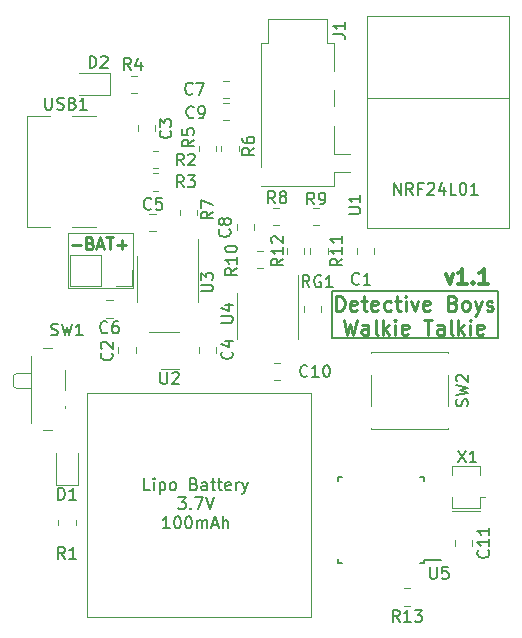
<source format=gbr>
%TF.GenerationSoftware,KiCad,Pcbnew,(6.0.0)*%
%TF.CreationDate,2022-06-28T21:38:27+02:00*%
%TF.ProjectId,DETECTIVE BOYS BADGE,44455445-4354-4495-9645-20424f595320,rev?*%
%TF.SameCoordinates,Original*%
%TF.FileFunction,Legend,Top*%
%TF.FilePolarity,Positive*%
%FSLAX46Y46*%
G04 Gerber Fmt 4.6, Leading zero omitted, Abs format (unit mm)*
G04 Created by KiCad (PCBNEW (6.0.0)) date 2022-06-28 21:38:27*
%MOMM*%
%LPD*%
G01*
G04 APERTURE LIST*
%ADD10C,0.100000*%
%ADD11C,0.150000*%
%ADD12C,0.300000*%
%ADD13C,0.250000*%
%ADD14C,0.120000*%
G04 APERTURE END LIST*
D10*
X155600000Y-153900000D02*
X136600000Y-153900000D01*
X136600000Y-153900000D02*
X136600000Y-134900000D01*
X136600000Y-134900000D02*
X155600000Y-134900000D01*
X155600000Y-134900000D02*
X155600000Y-153900000D01*
D11*
X171400000Y-130300000D02*
X157300000Y-130300000D01*
X157300000Y-130300000D02*
X157300000Y-126300000D01*
X157300000Y-126300000D02*
X171400000Y-126300000D01*
X171400000Y-126300000D02*
X171400000Y-130300000D01*
D10*
X135000000Y-121400000D02*
X140500000Y-121400000D01*
X140500000Y-121400000D02*
X140500000Y-126000000D01*
X140500000Y-126000000D02*
X135000000Y-126000000D01*
X135000000Y-126000000D02*
X135000000Y-121400000D01*
D11*
X141942857Y-143142380D02*
X141466666Y-143142380D01*
X141466666Y-142142380D01*
X142276190Y-143142380D02*
X142276190Y-142475714D01*
X142276190Y-142142380D02*
X142228571Y-142190000D01*
X142276190Y-142237619D01*
X142323809Y-142190000D01*
X142276190Y-142142380D01*
X142276190Y-142237619D01*
X142752380Y-142475714D02*
X142752380Y-143475714D01*
X142752380Y-142523333D02*
X142847619Y-142475714D01*
X143038095Y-142475714D01*
X143133333Y-142523333D01*
X143180952Y-142570952D01*
X143228571Y-142666190D01*
X143228571Y-142951904D01*
X143180952Y-143047142D01*
X143133333Y-143094761D01*
X143038095Y-143142380D01*
X142847619Y-143142380D01*
X142752380Y-143094761D01*
X143800000Y-143142380D02*
X143704761Y-143094761D01*
X143657142Y-143047142D01*
X143609523Y-142951904D01*
X143609523Y-142666190D01*
X143657142Y-142570952D01*
X143704761Y-142523333D01*
X143800000Y-142475714D01*
X143942857Y-142475714D01*
X144038095Y-142523333D01*
X144085714Y-142570952D01*
X144133333Y-142666190D01*
X144133333Y-142951904D01*
X144085714Y-143047142D01*
X144038095Y-143094761D01*
X143942857Y-143142380D01*
X143800000Y-143142380D01*
X145657142Y-142618571D02*
X145800000Y-142666190D01*
X145847619Y-142713809D01*
X145895238Y-142809047D01*
X145895238Y-142951904D01*
X145847619Y-143047142D01*
X145800000Y-143094761D01*
X145704761Y-143142380D01*
X145323809Y-143142380D01*
X145323809Y-142142380D01*
X145657142Y-142142380D01*
X145752380Y-142190000D01*
X145800000Y-142237619D01*
X145847619Y-142332857D01*
X145847619Y-142428095D01*
X145800000Y-142523333D01*
X145752380Y-142570952D01*
X145657142Y-142618571D01*
X145323809Y-142618571D01*
X146752380Y-143142380D02*
X146752380Y-142618571D01*
X146704761Y-142523333D01*
X146609523Y-142475714D01*
X146419047Y-142475714D01*
X146323809Y-142523333D01*
X146752380Y-143094761D02*
X146657142Y-143142380D01*
X146419047Y-143142380D01*
X146323809Y-143094761D01*
X146276190Y-142999523D01*
X146276190Y-142904285D01*
X146323809Y-142809047D01*
X146419047Y-142761428D01*
X146657142Y-142761428D01*
X146752380Y-142713809D01*
X147085714Y-142475714D02*
X147466666Y-142475714D01*
X147228571Y-142142380D02*
X147228571Y-142999523D01*
X147276190Y-143094761D01*
X147371428Y-143142380D01*
X147466666Y-143142380D01*
X147657142Y-142475714D02*
X148038095Y-142475714D01*
X147800000Y-142142380D02*
X147800000Y-142999523D01*
X147847619Y-143094761D01*
X147942857Y-143142380D01*
X148038095Y-143142380D01*
X148752380Y-143094761D02*
X148657142Y-143142380D01*
X148466666Y-143142380D01*
X148371428Y-143094761D01*
X148323809Y-142999523D01*
X148323809Y-142618571D01*
X148371428Y-142523333D01*
X148466666Y-142475714D01*
X148657142Y-142475714D01*
X148752380Y-142523333D01*
X148800000Y-142618571D01*
X148800000Y-142713809D01*
X148323809Y-142809047D01*
X149228571Y-143142380D02*
X149228571Y-142475714D01*
X149228571Y-142666190D02*
X149276190Y-142570952D01*
X149323809Y-142523333D01*
X149419047Y-142475714D01*
X149514285Y-142475714D01*
X149752380Y-142475714D02*
X149990476Y-143142380D01*
X150228571Y-142475714D02*
X149990476Y-143142380D01*
X149895238Y-143380476D01*
X149847619Y-143428095D01*
X149752380Y-143475714D01*
X144323809Y-143752380D02*
X144942857Y-143752380D01*
X144609523Y-144133333D01*
X144752380Y-144133333D01*
X144847619Y-144180952D01*
X144895238Y-144228571D01*
X144942857Y-144323809D01*
X144942857Y-144561904D01*
X144895238Y-144657142D01*
X144847619Y-144704761D01*
X144752380Y-144752380D01*
X144466666Y-144752380D01*
X144371428Y-144704761D01*
X144323809Y-144657142D01*
X145371428Y-144657142D02*
X145419047Y-144704761D01*
X145371428Y-144752380D01*
X145323809Y-144704761D01*
X145371428Y-144657142D01*
X145371428Y-144752380D01*
X145752380Y-143752380D02*
X146419047Y-143752380D01*
X145990476Y-144752380D01*
X146657142Y-143752380D02*
X146990476Y-144752380D01*
X147323809Y-143752380D01*
X143585714Y-146362380D02*
X143014285Y-146362380D01*
X143300000Y-146362380D02*
X143300000Y-145362380D01*
X143204761Y-145505238D01*
X143109523Y-145600476D01*
X143014285Y-145648095D01*
X144204761Y-145362380D02*
X144300000Y-145362380D01*
X144395238Y-145410000D01*
X144442857Y-145457619D01*
X144490476Y-145552857D01*
X144538095Y-145743333D01*
X144538095Y-145981428D01*
X144490476Y-146171904D01*
X144442857Y-146267142D01*
X144395238Y-146314761D01*
X144300000Y-146362380D01*
X144204761Y-146362380D01*
X144109523Y-146314761D01*
X144061904Y-146267142D01*
X144014285Y-146171904D01*
X143966666Y-145981428D01*
X143966666Y-145743333D01*
X144014285Y-145552857D01*
X144061904Y-145457619D01*
X144109523Y-145410000D01*
X144204761Y-145362380D01*
X145157142Y-145362380D02*
X145252380Y-145362380D01*
X145347619Y-145410000D01*
X145395238Y-145457619D01*
X145442857Y-145552857D01*
X145490476Y-145743333D01*
X145490476Y-145981428D01*
X145442857Y-146171904D01*
X145395238Y-146267142D01*
X145347619Y-146314761D01*
X145252380Y-146362380D01*
X145157142Y-146362380D01*
X145061904Y-146314761D01*
X145014285Y-146267142D01*
X144966666Y-146171904D01*
X144919047Y-145981428D01*
X144919047Y-145743333D01*
X144966666Y-145552857D01*
X145014285Y-145457619D01*
X145061904Y-145410000D01*
X145157142Y-145362380D01*
X145919047Y-146362380D02*
X145919047Y-145695714D01*
X145919047Y-145790952D02*
X145966666Y-145743333D01*
X146061904Y-145695714D01*
X146204761Y-145695714D01*
X146300000Y-145743333D01*
X146347619Y-145838571D01*
X146347619Y-146362380D01*
X146347619Y-145838571D02*
X146395238Y-145743333D01*
X146490476Y-145695714D01*
X146633333Y-145695714D01*
X146728571Y-145743333D01*
X146776190Y-145838571D01*
X146776190Y-146362380D01*
X147204761Y-146076666D02*
X147680952Y-146076666D01*
X147109523Y-146362380D02*
X147442857Y-145362380D01*
X147776190Y-146362380D01*
X148109523Y-146362380D02*
X148109523Y-145362380D01*
X148538095Y-146362380D02*
X148538095Y-145838571D01*
X148490476Y-145743333D01*
X148395238Y-145695714D01*
X148252380Y-145695714D01*
X148157142Y-145743333D01*
X148109523Y-145790952D01*
D12*
X167014285Y-124832142D02*
X167311904Y-125665476D01*
X167609523Y-124832142D01*
X168740476Y-125665476D02*
X168026190Y-125665476D01*
X168383333Y-125665476D02*
X168383333Y-124415476D01*
X168264285Y-124594047D01*
X168145238Y-124713095D01*
X168026190Y-124772619D01*
X169276190Y-125546428D02*
X169335714Y-125605952D01*
X169276190Y-125665476D01*
X169216666Y-125605952D01*
X169276190Y-125546428D01*
X169276190Y-125665476D01*
X170526190Y-125665476D02*
X169811904Y-125665476D01*
X170169047Y-125665476D02*
X170169047Y-124415476D01*
X170050000Y-124594047D01*
X169930952Y-124713095D01*
X169811904Y-124772619D01*
D13*
X135290476Y-122371428D02*
X136052380Y-122371428D01*
X136861904Y-122228571D02*
X137004761Y-122276190D01*
X137052380Y-122323809D01*
X137100000Y-122419047D01*
X137100000Y-122561904D01*
X137052380Y-122657142D01*
X137004761Y-122704761D01*
X136909523Y-122752380D01*
X136528571Y-122752380D01*
X136528571Y-121752380D01*
X136861904Y-121752380D01*
X136957142Y-121800000D01*
X137004761Y-121847619D01*
X137052380Y-121942857D01*
X137052380Y-122038095D01*
X137004761Y-122133333D01*
X136957142Y-122180952D01*
X136861904Y-122228571D01*
X136528571Y-122228571D01*
X137480952Y-122466666D02*
X137957142Y-122466666D01*
X137385714Y-122752380D02*
X137719047Y-121752380D01*
X138052380Y-122752380D01*
X138242857Y-121752380D02*
X138814285Y-121752380D01*
X138528571Y-122752380D02*
X138528571Y-121752380D01*
X139147619Y-122371428D02*
X139909523Y-122371428D01*
X139528571Y-122752380D02*
X139528571Y-121990476D01*
X157692857Y-127959226D02*
X157692857Y-126709226D01*
X157990476Y-126709226D01*
X158169047Y-126768750D01*
X158288095Y-126887797D01*
X158347619Y-127006845D01*
X158407142Y-127244940D01*
X158407142Y-127423511D01*
X158347619Y-127661607D01*
X158288095Y-127780654D01*
X158169047Y-127899702D01*
X157990476Y-127959226D01*
X157692857Y-127959226D01*
X159419047Y-127899702D02*
X159300000Y-127959226D01*
X159061904Y-127959226D01*
X158942857Y-127899702D01*
X158883333Y-127780654D01*
X158883333Y-127304464D01*
X158942857Y-127185416D01*
X159061904Y-127125892D01*
X159300000Y-127125892D01*
X159419047Y-127185416D01*
X159478571Y-127304464D01*
X159478571Y-127423511D01*
X158883333Y-127542559D01*
X159835714Y-127125892D02*
X160311904Y-127125892D01*
X160014285Y-126709226D02*
X160014285Y-127780654D01*
X160073809Y-127899702D01*
X160192857Y-127959226D01*
X160311904Y-127959226D01*
X161204761Y-127899702D02*
X161085714Y-127959226D01*
X160847619Y-127959226D01*
X160728571Y-127899702D01*
X160669047Y-127780654D01*
X160669047Y-127304464D01*
X160728571Y-127185416D01*
X160847619Y-127125892D01*
X161085714Y-127125892D01*
X161204761Y-127185416D01*
X161264285Y-127304464D01*
X161264285Y-127423511D01*
X160669047Y-127542559D01*
X162335714Y-127899702D02*
X162216666Y-127959226D01*
X161978571Y-127959226D01*
X161859523Y-127899702D01*
X161800000Y-127840178D01*
X161740476Y-127721130D01*
X161740476Y-127363988D01*
X161800000Y-127244940D01*
X161859523Y-127185416D01*
X161978571Y-127125892D01*
X162216666Y-127125892D01*
X162335714Y-127185416D01*
X162692857Y-127125892D02*
X163169047Y-127125892D01*
X162871428Y-126709226D02*
X162871428Y-127780654D01*
X162930952Y-127899702D01*
X163050000Y-127959226D01*
X163169047Y-127959226D01*
X163585714Y-127959226D02*
X163585714Y-127125892D01*
X163585714Y-126709226D02*
X163526190Y-126768750D01*
X163585714Y-126828273D01*
X163645238Y-126768750D01*
X163585714Y-126709226D01*
X163585714Y-126828273D01*
X164061904Y-127125892D02*
X164359523Y-127959226D01*
X164657142Y-127125892D01*
X165609523Y-127899702D02*
X165490476Y-127959226D01*
X165252380Y-127959226D01*
X165133333Y-127899702D01*
X165073809Y-127780654D01*
X165073809Y-127304464D01*
X165133333Y-127185416D01*
X165252380Y-127125892D01*
X165490476Y-127125892D01*
X165609523Y-127185416D01*
X165669047Y-127304464D01*
X165669047Y-127423511D01*
X165073809Y-127542559D01*
X167573809Y-127304464D02*
X167752380Y-127363988D01*
X167811904Y-127423511D01*
X167871428Y-127542559D01*
X167871428Y-127721130D01*
X167811904Y-127840178D01*
X167752380Y-127899702D01*
X167633333Y-127959226D01*
X167157142Y-127959226D01*
X167157142Y-126709226D01*
X167573809Y-126709226D01*
X167692857Y-126768750D01*
X167752380Y-126828273D01*
X167811904Y-126947321D01*
X167811904Y-127066369D01*
X167752380Y-127185416D01*
X167692857Y-127244940D01*
X167573809Y-127304464D01*
X167157142Y-127304464D01*
X168585714Y-127959226D02*
X168466666Y-127899702D01*
X168407142Y-127840178D01*
X168347619Y-127721130D01*
X168347619Y-127363988D01*
X168407142Y-127244940D01*
X168466666Y-127185416D01*
X168585714Y-127125892D01*
X168764285Y-127125892D01*
X168883333Y-127185416D01*
X168942857Y-127244940D01*
X169002380Y-127363988D01*
X169002380Y-127721130D01*
X168942857Y-127840178D01*
X168883333Y-127899702D01*
X168764285Y-127959226D01*
X168585714Y-127959226D01*
X169419047Y-127125892D02*
X169716666Y-127959226D01*
X170014285Y-127125892D02*
X169716666Y-127959226D01*
X169597619Y-128256845D01*
X169538095Y-128316369D01*
X169419047Y-128375892D01*
X170430952Y-127899702D02*
X170550000Y-127959226D01*
X170788095Y-127959226D01*
X170907142Y-127899702D01*
X170966666Y-127780654D01*
X170966666Y-127721130D01*
X170907142Y-127602083D01*
X170788095Y-127542559D01*
X170609523Y-127542559D01*
X170490476Y-127483035D01*
X170430952Y-127363988D01*
X170430952Y-127304464D01*
X170490476Y-127185416D01*
X170609523Y-127125892D01*
X170788095Y-127125892D01*
X170907142Y-127185416D01*
X158347619Y-128721726D02*
X158645238Y-129971726D01*
X158883333Y-129078869D01*
X159121428Y-129971726D01*
X159419047Y-128721726D01*
X160430952Y-129971726D02*
X160430952Y-129316964D01*
X160371428Y-129197916D01*
X160252380Y-129138392D01*
X160014285Y-129138392D01*
X159895238Y-129197916D01*
X160430952Y-129912202D02*
X160311904Y-129971726D01*
X160014285Y-129971726D01*
X159895238Y-129912202D01*
X159835714Y-129793154D01*
X159835714Y-129674107D01*
X159895238Y-129555059D01*
X160014285Y-129495535D01*
X160311904Y-129495535D01*
X160430952Y-129436011D01*
X161204761Y-129971726D02*
X161085714Y-129912202D01*
X161026190Y-129793154D01*
X161026190Y-128721726D01*
X161680952Y-129971726D02*
X161680952Y-128721726D01*
X161800000Y-129495535D02*
X162157142Y-129971726D01*
X162157142Y-129138392D02*
X161680952Y-129614583D01*
X162692857Y-129971726D02*
X162692857Y-129138392D01*
X162692857Y-128721726D02*
X162633333Y-128781250D01*
X162692857Y-128840773D01*
X162752380Y-128781250D01*
X162692857Y-128721726D01*
X162692857Y-128840773D01*
X163764285Y-129912202D02*
X163645238Y-129971726D01*
X163407142Y-129971726D01*
X163288095Y-129912202D01*
X163228571Y-129793154D01*
X163228571Y-129316964D01*
X163288095Y-129197916D01*
X163407142Y-129138392D01*
X163645238Y-129138392D01*
X163764285Y-129197916D01*
X163823809Y-129316964D01*
X163823809Y-129436011D01*
X163228571Y-129555059D01*
X165133333Y-128721726D02*
X165847619Y-128721726D01*
X165490476Y-129971726D02*
X165490476Y-128721726D01*
X166800000Y-129971726D02*
X166800000Y-129316964D01*
X166740476Y-129197916D01*
X166621428Y-129138392D01*
X166383333Y-129138392D01*
X166264285Y-129197916D01*
X166800000Y-129912202D02*
X166680952Y-129971726D01*
X166383333Y-129971726D01*
X166264285Y-129912202D01*
X166204761Y-129793154D01*
X166204761Y-129674107D01*
X166264285Y-129555059D01*
X166383333Y-129495535D01*
X166680952Y-129495535D01*
X166800000Y-129436011D01*
X167573809Y-129971726D02*
X167454761Y-129912202D01*
X167395238Y-129793154D01*
X167395238Y-128721726D01*
X168050000Y-129971726D02*
X168050000Y-128721726D01*
X168169047Y-129495535D02*
X168526190Y-129971726D01*
X168526190Y-129138392D02*
X168050000Y-129614583D01*
X169061904Y-129971726D02*
X169061904Y-129138392D01*
X169061904Y-128721726D02*
X169002380Y-128781250D01*
X169061904Y-128840773D01*
X169121428Y-128781250D01*
X169061904Y-128721726D01*
X169061904Y-128840773D01*
X170133333Y-129912202D02*
X170014285Y-129971726D01*
X169776190Y-129971726D01*
X169657142Y-129912202D01*
X169597619Y-129793154D01*
X169597619Y-129316964D01*
X169657142Y-129197916D01*
X169776190Y-129138392D01*
X170014285Y-129138392D01*
X170133333Y-129197916D01*
X170192857Y-129316964D01*
X170192857Y-129436011D01*
X169597619Y-129555059D01*
D11*
%TO.C,C6*%
X138333333Y-129757142D02*
X138285714Y-129804761D01*
X138142857Y-129852380D01*
X138047619Y-129852380D01*
X137904761Y-129804761D01*
X137809523Y-129709523D01*
X137761904Y-129614285D01*
X137714285Y-129423809D01*
X137714285Y-129280952D01*
X137761904Y-129090476D01*
X137809523Y-128995238D01*
X137904761Y-128900000D01*
X138047619Y-128852380D01*
X138142857Y-128852380D01*
X138285714Y-128900000D01*
X138333333Y-128947619D01*
X139190476Y-128852380D02*
X139000000Y-128852380D01*
X138904761Y-128900000D01*
X138857142Y-128947619D01*
X138761904Y-129090476D01*
X138714285Y-129280952D01*
X138714285Y-129661904D01*
X138761904Y-129757142D01*
X138809523Y-129804761D01*
X138904761Y-129852380D01*
X139095238Y-129852380D01*
X139190476Y-129804761D01*
X139238095Y-129757142D01*
X139285714Y-129661904D01*
X139285714Y-129423809D01*
X139238095Y-129328571D01*
X139190476Y-129280952D01*
X139095238Y-129233333D01*
X138904761Y-129233333D01*
X138809523Y-129280952D01*
X138761904Y-129328571D01*
X138714285Y-129423809D01*
%TO.C,R9*%
X155833333Y-118952380D02*
X155500000Y-118476190D01*
X155261904Y-118952380D02*
X155261904Y-117952380D01*
X155642857Y-117952380D01*
X155738095Y-118000000D01*
X155785714Y-118047619D01*
X155833333Y-118142857D01*
X155833333Y-118285714D01*
X155785714Y-118380952D01*
X155738095Y-118428571D01*
X155642857Y-118476190D01*
X155261904Y-118476190D01*
X156309523Y-118952380D02*
X156500000Y-118952380D01*
X156595238Y-118904761D01*
X156642857Y-118857142D01*
X156738095Y-118714285D01*
X156785714Y-118523809D01*
X156785714Y-118142857D01*
X156738095Y-118047619D01*
X156690476Y-118000000D01*
X156595238Y-117952380D01*
X156404761Y-117952380D01*
X156309523Y-118000000D01*
X156261904Y-118047619D01*
X156214285Y-118142857D01*
X156214285Y-118380952D01*
X156261904Y-118476190D01*
X156309523Y-118523809D01*
X156404761Y-118571428D01*
X156595238Y-118571428D01*
X156690476Y-118523809D01*
X156738095Y-118476190D01*
X156785714Y-118380952D01*
%TO.C,J1*%
X157452380Y-104533333D02*
X158166666Y-104533333D01*
X158309523Y-104580952D01*
X158404761Y-104676190D01*
X158452380Y-104819047D01*
X158452380Y-104914285D01*
X158452380Y-103533333D02*
X158452380Y-104104761D01*
X158452380Y-103819047D02*
X157452380Y-103819047D01*
X157595238Y-103914285D01*
X157690476Y-104009523D01*
X157738095Y-104104761D01*
%TO.C,SW2*%
X168804761Y-136033333D02*
X168852380Y-135890476D01*
X168852380Y-135652380D01*
X168804761Y-135557142D01*
X168757142Y-135509523D01*
X168661904Y-135461904D01*
X168566666Y-135461904D01*
X168471428Y-135509523D01*
X168423809Y-135557142D01*
X168376190Y-135652380D01*
X168328571Y-135842857D01*
X168280952Y-135938095D01*
X168233333Y-135985714D01*
X168138095Y-136033333D01*
X168042857Y-136033333D01*
X167947619Y-135985714D01*
X167900000Y-135938095D01*
X167852380Y-135842857D01*
X167852380Y-135604761D01*
X167900000Y-135461904D01*
X167852380Y-135128571D02*
X168852380Y-134890476D01*
X168138095Y-134700000D01*
X168852380Y-134509523D01*
X167852380Y-134271428D01*
X167947619Y-133938095D02*
X167900000Y-133890476D01*
X167852380Y-133795238D01*
X167852380Y-133557142D01*
X167900000Y-133461904D01*
X167947619Y-133414285D01*
X168042857Y-133366666D01*
X168138095Y-133366666D01*
X168280952Y-133414285D01*
X168852380Y-133985714D01*
X168852380Y-133366666D01*
%TO.C,D1*%
X134161904Y-143952380D02*
X134161904Y-142952380D01*
X134400000Y-142952380D01*
X134542857Y-143000000D01*
X134638095Y-143095238D01*
X134685714Y-143190476D01*
X134733333Y-143380952D01*
X134733333Y-143523809D01*
X134685714Y-143714285D01*
X134638095Y-143809523D01*
X134542857Y-143904761D01*
X134400000Y-143952380D01*
X134161904Y-143952380D01*
X135685714Y-143952380D02*
X135114285Y-143952380D01*
X135400000Y-143952380D02*
X135400000Y-142952380D01*
X135304761Y-143095238D01*
X135209523Y-143190476D01*
X135114285Y-143238095D01*
%TO.C,C7*%
X145533333Y-109557142D02*
X145485714Y-109604761D01*
X145342857Y-109652380D01*
X145247619Y-109652380D01*
X145104761Y-109604761D01*
X145009523Y-109509523D01*
X144961904Y-109414285D01*
X144914285Y-109223809D01*
X144914285Y-109080952D01*
X144961904Y-108890476D01*
X145009523Y-108795238D01*
X145104761Y-108700000D01*
X145247619Y-108652380D01*
X145342857Y-108652380D01*
X145485714Y-108700000D01*
X145533333Y-108747619D01*
X145866666Y-108652380D02*
X146533333Y-108652380D01*
X146104761Y-109652380D01*
%TO.C,U1*%
X158747380Y-119741904D02*
X159556904Y-119741904D01*
X159652142Y-119694285D01*
X159699761Y-119646666D01*
X159747380Y-119551428D01*
X159747380Y-119360952D01*
X159699761Y-119265714D01*
X159652142Y-119218095D01*
X159556904Y-119170476D01*
X158747380Y-119170476D01*
X159747380Y-118170476D02*
X159747380Y-118741904D01*
X159747380Y-118456190D02*
X158747380Y-118456190D01*
X158890238Y-118551428D01*
X158985476Y-118646666D01*
X159033095Y-118741904D01*
X162571190Y-118132380D02*
X162571190Y-117132380D01*
X163142619Y-118132380D01*
X163142619Y-117132380D01*
X164190238Y-118132380D02*
X163856904Y-117656190D01*
X163618809Y-118132380D02*
X163618809Y-117132380D01*
X163999761Y-117132380D01*
X164095000Y-117180000D01*
X164142619Y-117227619D01*
X164190238Y-117322857D01*
X164190238Y-117465714D01*
X164142619Y-117560952D01*
X164095000Y-117608571D01*
X163999761Y-117656190D01*
X163618809Y-117656190D01*
X164952142Y-117608571D02*
X164618809Y-117608571D01*
X164618809Y-118132380D02*
X164618809Y-117132380D01*
X165095000Y-117132380D01*
X165428333Y-117227619D02*
X165475952Y-117180000D01*
X165571190Y-117132380D01*
X165809285Y-117132380D01*
X165904523Y-117180000D01*
X165952142Y-117227619D01*
X165999761Y-117322857D01*
X165999761Y-117418095D01*
X165952142Y-117560952D01*
X165380714Y-118132380D01*
X165999761Y-118132380D01*
X166856904Y-117465714D02*
X166856904Y-118132380D01*
X166618809Y-117084761D02*
X166380714Y-117799047D01*
X166999761Y-117799047D01*
X167856904Y-118132380D02*
X167380714Y-118132380D01*
X167380714Y-117132380D01*
X168380714Y-117132380D02*
X168475952Y-117132380D01*
X168571190Y-117180000D01*
X168618809Y-117227619D01*
X168666428Y-117322857D01*
X168714047Y-117513333D01*
X168714047Y-117751428D01*
X168666428Y-117941904D01*
X168618809Y-118037142D01*
X168571190Y-118084761D01*
X168475952Y-118132380D01*
X168380714Y-118132380D01*
X168285476Y-118084761D01*
X168237857Y-118037142D01*
X168190238Y-117941904D01*
X168142619Y-117751428D01*
X168142619Y-117513333D01*
X168190238Y-117322857D01*
X168237857Y-117227619D01*
X168285476Y-117180000D01*
X168380714Y-117132380D01*
X169666428Y-118132380D02*
X169095000Y-118132380D01*
X169380714Y-118132380D02*
X169380714Y-117132380D01*
X169285476Y-117275238D01*
X169190238Y-117370476D01*
X169095000Y-117418095D01*
%TO.C,C9*%
X145633333Y-111557142D02*
X145585714Y-111604761D01*
X145442857Y-111652380D01*
X145347619Y-111652380D01*
X145204761Y-111604761D01*
X145109523Y-111509523D01*
X145061904Y-111414285D01*
X145014285Y-111223809D01*
X145014285Y-111080952D01*
X145061904Y-110890476D01*
X145109523Y-110795238D01*
X145204761Y-110700000D01*
X145347619Y-110652380D01*
X145442857Y-110652380D01*
X145585714Y-110700000D01*
X145633333Y-110747619D01*
X146109523Y-111652380D02*
X146300000Y-111652380D01*
X146395238Y-111604761D01*
X146442857Y-111557142D01*
X146538095Y-111414285D01*
X146585714Y-111223809D01*
X146585714Y-110842857D01*
X146538095Y-110747619D01*
X146490476Y-110700000D01*
X146395238Y-110652380D01*
X146204761Y-110652380D01*
X146109523Y-110700000D01*
X146061904Y-110747619D01*
X146014285Y-110842857D01*
X146014285Y-111080952D01*
X146061904Y-111176190D01*
X146109523Y-111223809D01*
X146204761Y-111271428D01*
X146395238Y-111271428D01*
X146490476Y-111223809D01*
X146538095Y-111176190D01*
X146585714Y-111080952D01*
%TO.C,C5*%
X142033333Y-119307142D02*
X141985714Y-119354761D01*
X141842857Y-119402380D01*
X141747619Y-119402380D01*
X141604761Y-119354761D01*
X141509523Y-119259523D01*
X141461904Y-119164285D01*
X141414285Y-118973809D01*
X141414285Y-118830952D01*
X141461904Y-118640476D01*
X141509523Y-118545238D01*
X141604761Y-118450000D01*
X141747619Y-118402380D01*
X141842857Y-118402380D01*
X141985714Y-118450000D01*
X142033333Y-118497619D01*
X142938095Y-118402380D02*
X142461904Y-118402380D01*
X142414285Y-118878571D01*
X142461904Y-118830952D01*
X142557142Y-118783333D01*
X142795238Y-118783333D01*
X142890476Y-118830952D01*
X142938095Y-118878571D01*
X142985714Y-118973809D01*
X142985714Y-119211904D01*
X142938095Y-119307142D01*
X142890476Y-119354761D01*
X142795238Y-119402380D01*
X142557142Y-119402380D01*
X142461904Y-119354761D01*
X142414285Y-119307142D01*
%TO.C,R13*%
X163057142Y-154302380D02*
X162723809Y-153826190D01*
X162485714Y-154302380D02*
X162485714Y-153302380D01*
X162866666Y-153302380D01*
X162961904Y-153350000D01*
X163009523Y-153397619D01*
X163057142Y-153492857D01*
X163057142Y-153635714D01*
X163009523Y-153730952D01*
X162961904Y-153778571D01*
X162866666Y-153826190D01*
X162485714Y-153826190D01*
X164009523Y-154302380D02*
X163438095Y-154302380D01*
X163723809Y-154302380D02*
X163723809Y-153302380D01*
X163628571Y-153445238D01*
X163533333Y-153540476D01*
X163438095Y-153588095D01*
X164342857Y-153302380D02*
X164961904Y-153302380D01*
X164628571Y-153683333D01*
X164771428Y-153683333D01*
X164866666Y-153730952D01*
X164914285Y-153778571D01*
X164961904Y-153873809D01*
X164961904Y-154111904D01*
X164914285Y-154207142D01*
X164866666Y-154254761D01*
X164771428Y-154302380D01*
X164485714Y-154302380D01*
X164390476Y-154254761D01*
X164342857Y-154207142D01*
%TO.C,C11*%
X170557142Y-148242857D02*
X170604761Y-148290476D01*
X170652380Y-148433333D01*
X170652380Y-148528571D01*
X170604761Y-148671428D01*
X170509523Y-148766666D01*
X170414285Y-148814285D01*
X170223809Y-148861904D01*
X170080952Y-148861904D01*
X169890476Y-148814285D01*
X169795238Y-148766666D01*
X169700000Y-148671428D01*
X169652380Y-148528571D01*
X169652380Y-148433333D01*
X169700000Y-148290476D01*
X169747619Y-148242857D01*
X170652380Y-147290476D02*
X170652380Y-147861904D01*
X170652380Y-147576190D02*
X169652380Y-147576190D01*
X169795238Y-147671428D01*
X169890476Y-147766666D01*
X169938095Y-147861904D01*
X170652380Y-146338095D02*
X170652380Y-146909523D01*
X170652380Y-146623809D02*
X169652380Y-146623809D01*
X169795238Y-146719047D01*
X169890476Y-146814285D01*
X169938095Y-146909523D01*
%TO.C,U4*%
X147952380Y-128961904D02*
X148761904Y-128961904D01*
X148857142Y-128914285D01*
X148904761Y-128866666D01*
X148952380Y-128771428D01*
X148952380Y-128580952D01*
X148904761Y-128485714D01*
X148857142Y-128438095D01*
X148761904Y-128390476D01*
X147952380Y-128390476D01*
X148285714Y-127485714D02*
X148952380Y-127485714D01*
X147904761Y-127723809D02*
X148619047Y-127961904D01*
X148619047Y-127342857D01*
%TO.C,D2*%
X136811904Y-107402380D02*
X136811904Y-106402380D01*
X137050000Y-106402380D01*
X137192857Y-106450000D01*
X137288095Y-106545238D01*
X137335714Y-106640476D01*
X137383333Y-106830952D01*
X137383333Y-106973809D01*
X137335714Y-107164285D01*
X137288095Y-107259523D01*
X137192857Y-107354761D01*
X137050000Y-107402380D01*
X136811904Y-107402380D01*
X137764285Y-106497619D02*
X137811904Y-106450000D01*
X137907142Y-106402380D01*
X138145238Y-106402380D01*
X138240476Y-106450000D01*
X138288095Y-106497619D01*
X138335714Y-106592857D01*
X138335714Y-106688095D01*
X138288095Y-106830952D01*
X137716666Y-107402380D01*
X138335714Y-107402380D01*
%TO.C,SW1*%
X133566666Y-130004761D02*
X133709523Y-130052380D01*
X133947619Y-130052380D01*
X134042857Y-130004761D01*
X134090476Y-129957142D01*
X134138095Y-129861904D01*
X134138095Y-129766666D01*
X134090476Y-129671428D01*
X134042857Y-129623809D01*
X133947619Y-129576190D01*
X133757142Y-129528571D01*
X133661904Y-129480952D01*
X133614285Y-129433333D01*
X133566666Y-129338095D01*
X133566666Y-129242857D01*
X133614285Y-129147619D01*
X133661904Y-129100000D01*
X133757142Y-129052380D01*
X133995238Y-129052380D01*
X134138095Y-129100000D01*
X134471428Y-129052380D02*
X134709523Y-130052380D01*
X134900000Y-129338095D01*
X135090476Y-130052380D01*
X135328571Y-129052380D01*
X136233333Y-130052380D02*
X135661904Y-130052380D01*
X135947619Y-130052380D02*
X135947619Y-129052380D01*
X135852380Y-129195238D01*
X135757142Y-129290476D01*
X135661904Y-129338095D01*
%TO.C,R6*%
X150752380Y-114166666D02*
X150276190Y-114500000D01*
X150752380Y-114738095D02*
X149752380Y-114738095D01*
X149752380Y-114357142D01*
X149800000Y-114261904D01*
X149847619Y-114214285D01*
X149942857Y-114166666D01*
X150085714Y-114166666D01*
X150180952Y-114214285D01*
X150228571Y-114261904D01*
X150276190Y-114357142D01*
X150276190Y-114738095D01*
X149752380Y-113309523D02*
X149752380Y-113500000D01*
X149800000Y-113595238D01*
X149847619Y-113642857D01*
X149990476Y-113738095D01*
X150180952Y-113785714D01*
X150561904Y-113785714D01*
X150657142Y-113738095D01*
X150704761Y-113690476D01*
X150752380Y-113595238D01*
X150752380Y-113404761D01*
X150704761Y-113309523D01*
X150657142Y-113261904D01*
X150561904Y-113214285D01*
X150323809Y-113214285D01*
X150228571Y-113261904D01*
X150180952Y-113309523D01*
X150133333Y-113404761D01*
X150133333Y-113595238D01*
X150180952Y-113690476D01*
X150228571Y-113738095D01*
X150323809Y-113785714D01*
%TO.C,R8*%
X152533333Y-118852380D02*
X152200000Y-118376190D01*
X151961904Y-118852380D02*
X151961904Y-117852380D01*
X152342857Y-117852380D01*
X152438095Y-117900000D01*
X152485714Y-117947619D01*
X152533333Y-118042857D01*
X152533333Y-118185714D01*
X152485714Y-118280952D01*
X152438095Y-118328571D01*
X152342857Y-118376190D01*
X151961904Y-118376190D01*
X153104761Y-118280952D02*
X153009523Y-118233333D01*
X152961904Y-118185714D01*
X152914285Y-118090476D01*
X152914285Y-118042857D01*
X152961904Y-117947619D01*
X153009523Y-117900000D01*
X153104761Y-117852380D01*
X153295238Y-117852380D01*
X153390476Y-117900000D01*
X153438095Y-117947619D01*
X153485714Y-118042857D01*
X153485714Y-118090476D01*
X153438095Y-118185714D01*
X153390476Y-118233333D01*
X153295238Y-118280952D01*
X153104761Y-118280952D01*
X153009523Y-118328571D01*
X152961904Y-118376190D01*
X152914285Y-118471428D01*
X152914285Y-118661904D01*
X152961904Y-118757142D01*
X153009523Y-118804761D01*
X153104761Y-118852380D01*
X153295238Y-118852380D01*
X153390476Y-118804761D01*
X153438095Y-118757142D01*
X153485714Y-118661904D01*
X153485714Y-118471428D01*
X153438095Y-118376190D01*
X153390476Y-118328571D01*
X153295238Y-118280952D01*
%TO.C,R7*%
X147252380Y-119566666D02*
X146776190Y-119900000D01*
X147252380Y-120138095D02*
X146252380Y-120138095D01*
X146252380Y-119757142D01*
X146300000Y-119661904D01*
X146347619Y-119614285D01*
X146442857Y-119566666D01*
X146585714Y-119566666D01*
X146680952Y-119614285D01*
X146728571Y-119661904D01*
X146776190Y-119757142D01*
X146776190Y-120138095D01*
X146252380Y-119233333D02*
X146252380Y-118566666D01*
X147252380Y-118995238D01*
%TO.C,R5*%
X145652380Y-113466666D02*
X145176190Y-113800000D01*
X145652380Y-114038095D02*
X144652380Y-114038095D01*
X144652380Y-113657142D01*
X144700000Y-113561904D01*
X144747619Y-113514285D01*
X144842857Y-113466666D01*
X144985714Y-113466666D01*
X145080952Y-113514285D01*
X145128571Y-113561904D01*
X145176190Y-113657142D01*
X145176190Y-114038095D01*
X144652380Y-112561904D02*
X144652380Y-113038095D01*
X145128571Y-113085714D01*
X145080952Y-113038095D01*
X145033333Y-112942857D01*
X145033333Y-112704761D01*
X145080952Y-112609523D01*
X145128571Y-112561904D01*
X145223809Y-112514285D01*
X145461904Y-112514285D01*
X145557142Y-112561904D01*
X145604761Y-112609523D01*
X145652380Y-112704761D01*
X145652380Y-112942857D01*
X145604761Y-113038095D01*
X145557142Y-113085714D01*
%TO.C,RG1*%
X155433333Y-125952380D02*
X155100000Y-125476190D01*
X154861904Y-125952380D02*
X154861904Y-124952380D01*
X155242857Y-124952380D01*
X155338095Y-125000000D01*
X155385714Y-125047619D01*
X155433333Y-125142857D01*
X155433333Y-125285714D01*
X155385714Y-125380952D01*
X155338095Y-125428571D01*
X155242857Y-125476190D01*
X154861904Y-125476190D01*
X156385714Y-125000000D02*
X156290476Y-124952380D01*
X156147619Y-124952380D01*
X156004761Y-125000000D01*
X155909523Y-125095238D01*
X155861904Y-125190476D01*
X155814285Y-125380952D01*
X155814285Y-125523809D01*
X155861904Y-125714285D01*
X155909523Y-125809523D01*
X156004761Y-125904761D01*
X156147619Y-125952380D01*
X156242857Y-125952380D01*
X156385714Y-125904761D01*
X156433333Y-125857142D01*
X156433333Y-125523809D01*
X156242857Y-125523809D01*
X157385714Y-125952380D02*
X156814285Y-125952380D01*
X157100000Y-125952380D02*
X157100000Y-124952380D01*
X157004761Y-125095238D01*
X156909523Y-125190476D01*
X156814285Y-125238095D01*
%TO.C,C2*%
X138682142Y-131541666D02*
X138729761Y-131589285D01*
X138777380Y-131732142D01*
X138777380Y-131827380D01*
X138729761Y-131970238D01*
X138634523Y-132065476D01*
X138539285Y-132113095D01*
X138348809Y-132160714D01*
X138205952Y-132160714D01*
X138015476Y-132113095D01*
X137920238Y-132065476D01*
X137825000Y-131970238D01*
X137777380Y-131827380D01*
X137777380Y-131732142D01*
X137825000Y-131589285D01*
X137872619Y-131541666D01*
X137872619Y-131160714D02*
X137825000Y-131113095D01*
X137777380Y-131017857D01*
X137777380Y-130779761D01*
X137825000Y-130684523D01*
X137872619Y-130636904D01*
X137967857Y-130589285D01*
X138063095Y-130589285D01*
X138205952Y-130636904D01*
X138777380Y-131208333D01*
X138777380Y-130589285D01*
%TO.C,R11*%
X158202380Y-123542857D02*
X157726190Y-123876190D01*
X158202380Y-124114285D02*
X157202380Y-124114285D01*
X157202380Y-123733333D01*
X157250000Y-123638095D01*
X157297619Y-123590476D01*
X157392857Y-123542857D01*
X157535714Y-123542857D01*
X157630952Y-123590476D01*
X157678571Y-123638095D01*
X157726190Y-123733333D01*
X157726190Y-124114285D01*
X158202380Y-122590476D02*
X158202380Y-123161904D01*
X158202380Y-122876190D02*
X157202380Y-122876190D01*
X157345238Y-122971428D01*
X157440476Y-123066666D01*
X157488095Y-123161904D01*
X158202380Y-121638095D02*
X158202380Y-122209523D01*
X158202380Y-121923809D02*
X157202380Y-121923809D01*
X157345238Y-122019047D01*
X157440476Y-122114285D01*
X157488095Y-122209523D01*
%TO.C,U5*%
X165638095Y-149652380D02*
X165638095Y-150461904D01*
X165685714Y-150557142D01*
X165733333Y-150604761D01*
X165828571Y-150652380D01*
X166019047Y-150652380D01*
X166114285Y-150604761D01*
X166161904Y-150557142D01*
X166209523Y-150461904D01*
X166209523Y-149652380D01*
X167161904Y-149652380D02*
X166685714Y-149652380D01*
X166638095Y-150128571D01*
X166685714Y-150080952D01*
X166780952Y-150033333D01*
X167019047Y-150033333D01*
X167114285Y-150080952D01*
X167161904Y-150128571D01*
X167209523Y-150223809D01*
X167209523Y-150461904D01*
X167161904Y-150557142D01*
X167114285Y-150604761D01*
X167019047Y-150652380D01*
X166780952Y-150652380D01*
X166685714Y-150604761D01*
X166638095Y-150557142D01*
%TO.C,C1*%
X159633333Y-125657142D02*
X159585714Y-125704761D01*
X159442857Y-125752380D01*
X159347619Y-125752380D01*
X159204761Y-125704761D01*
X159109523Y-125609523D01*
X159061904Y-125514285D01*
X159014285Y-125323809D01*
X159014285Y-125180952D01*
X159061904Y-124990476D01*
X159109523Y-124895238D01*
X159204761Y-124800000D01*
X159347619Y-124752380D01*
X159442857Y-124752380D01*
X159585714Y-124800000D01*
X159633333Y-124847619D01*
X160585714Y-125752380D02*
X160014285Y-125752380D01*
X160300000Y-125752380D02*
X160300000Y-124752380D01*
X160204761Y-124895238D01*
X160109523Y-124990476D01*
X160014285Y-125038095D01*
%TO.C,C3*%
X143657142Y-112716666D02*
X143704761Y-112764285D01*
X143752380Y-112907142D01*
X143752380Y-113002380D01*
X143704761Y-113145238D01*
X143609523Y-113240476D01*
X143514285Y-113288095D01*
X143323809Y-113335714D01*
X143180952Y-113335714D01*
X142990476Y-113288095D01*
X142895238Y-113240476D01*
X142800000Y-113145238D01*
X142752380Y-113002380D01*
X142752380Y-112907142D01*
X142800000Y-112764285D01*
X142847619Y-112716666D01*
X142752380Y-112383333D02*
X142752380Y-111764285D01*
X143133333Y-112097619D01*
X143133333Y-111954761D01*
X143180952Y-111859523D01*
X143228571Y-111811904D01*
X143323809Y-111764285D01*
X143561904Y-111764285D01*
X143657142Y-111811904D01*
X143704761Y-111859523D01*
X143752380Y-111954761D01*
X143752380Y-112240476D01*
X143704761Y-112335714D01*
X143657142Y-112383333D01*
%TO.C,R10*%
X149302380Y-124342857D02*
X148826190Y-124676190D01*
X149302380Y-124914285D02*
X148302380Y-124914285D01*
X148302380Y-124533333D01*
X148350000Y-124438095D01*
X148397619Y-124390476D01*
X148492857Y-124342857D01*
X148635714Y-124342857D01*
X148730952Y-124390476D01*
X148778571Y-124438095D01*
X148826190Y-124533333D01*
X148826190Y-124914285D01*
X149302380Y-123390476D02*
X149302380Y-123961904D01*
X149302380Y-123676190D02*
X148302380Y-123676190D01*
X148445238Y-123771428D01*
X148540476Y-123866666D01*
X148588095Y-123961904D01*
X148302380Y-122771428D02*
X148302380Y-122676190D01*
X148350000Y-122580952D01*
X148397619Y-122533333D01*
X148492857Y-122485714D01*
X148683333Y-122438095D01*
X148921428Y-122438095D01*
X149111904Y-122485714D01*
X149207142Y-122533333D01*
X149254761Y-122580952D01*
X149302380Y-122676190D01*
X149302380Y-122771428D01*
X149254761Y-122866666D01*
X149207142Y-122914285D01*
X149111904Y-122961904D01*
X148921428Y-123009523D01*
X148683333Y-123009523D01*
X148492857Y-122961904D01*
X148397619Y-122914285D01*
X148350000Y-122866666D01*
X148302380Y-122771428D01*
%TO.C,USB1*%
X133061904Y-109927380D02*
X133061904Y-110736904D01*
X133109523Y-110832142D01*
X133157142Y-110879761D01*
X133252380Y-110927380D01*
X133442857Y-110927380D01*
X133538095Y-110879761D01*
X133585714Y-110832142D01*
X133633333Y-110736904D01*
X133633333Y-109927380D01*
X134061904Y-110879761D02*
X134204761Y-110927380D01*
X134442857Y-110927380D01*
X134538095Y-110879761D01*
X134585714Y-110832142D01*
X134633333Y-110736904D01*
X134633333Y-110641666D01*
X134585714Y-110546428D01*
X134538095Y-110498809D01*
X134442857Y-110451190D01*
X134252380Y-110403571D01*
X134157142Y-110355952D01*
X134109523Y-110308333D01*
X134061904Y-110213095D01*
X134061904Y-110117857D01*
X134109523Y-110022619D01*
X134157142Y-109975000D01*
X134252380Y-109927380D01*
X134490476Y-109927380D01*
X134633333Y-109975000D01*
X135395238Y-110403571D02*
X135538095Y-110451190D01*
X135585714Y-110498809D01*
X135633333Y-110594047D01*
X135633333Y-110736904D01*
X135585714Y-110832142D01*
X135538095Y-110879761D01*
X135442857Y-110927380D01*
X135061904Y-110927380D01*
X135061904Y-109927380D01*
X135395238Y-109927380D01*
X135490476Y-109975000D01*
X135538095Y-110022619D01*
X135585714Y-110117857D01*
X135585714Y-110213095D01*
X135538095Y-110308333D01*
X135490476Y-110355952D01*
X135395238Y-110403571D01*
X135061904Y-110403571D01*
X136585714Y-110927380D02*
X136014285Y-110927380D01*
X136300000Y-110927380D02*
X136300000Y-109927380D01*
X136204761Y-110070238D01*
X136109523Y-110165476D01*
X136014285Y-110213095D01*
%TO.C,R12*%
X153202380Y-123542857D02*
X152726190Y-123876190D01*
X153202380Y-124114285D02*
X152202380Y-124114285D01*
X152202380Y-123733333D01*
X152250000Y-123638095D01*
X152297619Y-123590476D01*
X152392857Y-123542857D01*
X152535714Y-123542857D01*
X152630952Y-123590476D01*
X152678571Y-123638095D01*
X152726190Y-123733333D01*
X152726190Y-124114285D01*
X153202380Y-122590476D02*
X153202380Y-123161904D01*
X153202380Y-122876190D02*
X152202380Y-122876190D01*
X152345238Y-122971428D01*
X152440476Y-123066666D01*
X152488095Y-123161904D01*
X152297619Y-122209523D02*
X152250000Y-122161904D01*
X152202380Y-122066666D01*
X152202380Y-121828571D01*
X152250000Y-121733333D01*
X152297619Y-121685714D01*
X152392857Y-121638095D01*
X152488095Y-121638095D01*
X152630952Y-121685714D01*
X153202380Y-122257142D01*
X153202380Y-121638095D01*
%TO.C,C8*%
X148657142Y-121066666D02*
X148704761Y-121114285D01*
X148752380Y-121257142D01*
X148752380Y-121352380D01*
X148704761Y-121495238D01*
X148609523Y-121590476D01*
X148514285Y-121638095D01*
X148323809Y-121685714D01*
X148180952Y-121685714D01*
X147990476Y-121638095D01*
X147895238Y-121590476D01*
X147800000Y-121495238D01*
X147752380Y-121352380D01*
X147752380Y-121257142D01*
X147800000Y-121114285D01*
X147847619Y-121066666D01*
X148180952Y-120495238D02*
X148133333Y-120590476D01*
X148085714Y-120638095D01*
X147990476Y-120685714D01*
X147942857Y-120685714D01*
X147847619Y-120638095D01*
X147800000Y-120590476D01*
X147752380Y-120495238D01*
X147752380Y-120304761D01*
X147800000Y-120209523D01*
X147847619Y-120161904D01*
X147942857Y-120114285D01*
X147990476Y-120114285D01*
X148085714Y-120161904D01*
X148133333Y-120209523D01*
X148180952Y-120304761D01*
X148180952Y-120495238D01*
X148228571Y-120590476D01*
X148276190Y-120638095D01*
X148371428Y-120685714D01*
X148561904Y-120685714D01*
X148657142Y-120638095D01*
X148704761Y-120590476D01*
X148752380Y-120495238D01*
X148752380Y-120304761D01*
X148704761Y-120209523D01*
X148657142Y-120161904D01*
X148561904Y-120114285D01*
X148371428Y-120114285D01*
X148276190Y-120161904D01*
X148228571Y-120209523D01*
X148180952Y-120304761D01*
%TO.C,R3*%
X144783333Y-117502380D02*
X144450000Y-117026190D01*
X144211904Y-117502380D02*
X144211904Y-116502380D01*
X144592857Y-116502380D01*
X144688095Y-116550000D01*
X144735714Y-116597619D01*
X144783333Y-116692857D01*
X144783333Y-116835714D01*
X144735714Y-116930952D01*
X144688095Y-116978571D01*
X144592857Y-117026190D01*
X144211904Y-117026190D01*
X145116666Y-116502380D02*
X145735714Y-116502380D01*
X145402380Y-116883333D01*
X145545238Y-116883333D01*
X145640476Y-116930952D01*
X145688095Y-116978571D01*
X145735714Y-117073809D01*
X145735714Y-117311904D01*
X145688095Y-117407142D01*
X145640476Y-117454761D01*
X145545238Y-117502380D01*
X145259523Y-117502380D01*
X145164285Y-117454761D01*
X145116666Y-117407142D01*
%TO.C,X1*%
X167990476Y-139802380D02*
X168657142Y-140802380D01*
X168657142Y-139802380D02*
X167990476Y-140802380D01*
X169561904Y-140802380D02*
X168990476Y-140802380D01*
X169276190Y-140802380D02*
X169276190Y-139802380D01*
X169180952Y-139945238D01*
X169085714Y-140040476D01*
X168990476Y-140088095D01*
%TO.C,U2*%
X142813095Y-133152380D02*
X142813095Y-133961904D01*
X142860714Y-134057142D01*
X142908333Y-134104761D01*
X143003571Y-134152380D01*
X143194047Y-134152380D01*
X143289285Y-134104761D01*
X143336904Y-134057142D01*
X143384523Y-133961904D01*
X143384523Y-133152380D01*
X143813095Y-133247619D02*
X143860714Y-133200000D01*
X143955952Y-133152380D01*
X144194047Y-133152380D01*
X144289285Y-133200000D01*
X144336904Y-133247619D01*
X144384523Y-133342857D01*
X144384523Y-133438095D01*
X144336904Y-133580952D01*
X143765476Y-134152380D01*
X144384523Y-134152380D01*
%TO.C,U3*%
X146252380Y-126311904D02*
X147061904Y-126311904D01*
X147157142Y-126264285D01*
X147204761Y-126216666D01*
X147252380Y-126121428D01*
X147252380Y-125930952D01*
X147204761Y-125835714D01*
X147157142Y-125788095D01*
X147061904Y-125740476D01*
X146252380Y-125740476D01*
X146252380Y-125359523D02*
X146252380Y-124740476D01*
X146633333Y-125073809D01*
X146633333Y-124930952D01*
X146680952Y-124835714D01*
X146728571Y-124788095D01*
X146823809Y-124740476D01*
X147061904Y-124740476D01*
X147157142Y-124788095D01*
X147204761Y-124835714D01*
X147252380Y-124930952D01*
X147252380Y-125216666D01*
X147204761Y-125311904D01*
X147157142Y-125359523D01*
%TO.C,R1*%
X134733333Y-148952380D02*
X134400000Y-148476190D01*
X134161904Y-148952380D02*
X134161904Y-147952380D01*
X134542857Y-147952380D01*
X134638095Y-148000000D01*
X134685714Y-148047619D01*
X134733333Y-148142857D01*
X134733333Y-148285714D01*
X134685714Y-148380952D01*
X134638095Y-148428571D01*
X134542857Y-148476190D01*
X134161904Y-148476190D01*
X135685714Y-148952380D02*
X135114285Y-148952380D01*
X135400000Y-148952380D02*
X135400000Y-147952380D01*
X135304761Y-148095238D01*
X135209523Y-148190476D01*
X135114285Y-148238095D01*
%TO.C,R4*%
X140308333Y-107577380D02*
X139975000Y-107101190D01*
X139736904Y-107577380D02*
X139736904Y-106577380D01*
X140117857Y-106577380D01*
X140213095Y-106625000D01*
X140260714Y-106672619D01*
X140308333Y-106767857D01*
X140308333Y-106910714D01*
X140260714Y-107005952D01*
X140213095Y-107053571D01*
X140117857Y-107101190D01*
X139736904Y-107101190D01*
X141165476Y-106910714D02*
X141165476Y-107577380D01*
X140927380Y-106529761D02*
X140689285Y-107244047D01*
X141308333Y-107244047D01*
%TO.C,C4*%
X148862142Y-131416666D02*
X148909761Y-131464285D01*
X148957380Y-131607142D01*
X148957380Y-131702380D01*
X148909761Y-131845238D01*
X148814523Y-131940476D01*
X148719285Y-131988095D01*
X148528809Y-132035714D01*
X148385952Y-132035714D01*
X148195476Y-131988095D01*
X148100238Y-131940476D01*
X148005000Y-131845238D01*
X147957380Y-131702380D01*
X147957380Y-131607142D01*
X148005000Y-131464285D01*
X148052619Y-131416666D01*
X148290714Y-130559523D02*
X148957380Y-130559523D01*
X147909761Y-130797619D02*
X148624047Y-131035714D01*
X148624047Y-130416666D01*
%TO.C,C10*%
X155257142Y-133457142D02*
X155209523Y-133504761D01*
X155066666Y-133552380D01*
X154971428Y-133552380D01*
X154828571Y-133504761D01*
X154733333Y-133409523D01*
X154685714Y-133314285D01*
X154638095Y-133123809D01*
X154638095Y-132980952D01*
X154685714Y-132790476D01*
X154733333Y-132695238D01*
X154828571Y-132600000D01*
X154971428Y-132552380D01*
X155066666Y-132552380D01*
X155209523Y-132600000D01*
X155257142Y-132647619D01*
X156209523Y-133552380D02*
X155638095Y-133552380D01*
X155923809Y-133552380D02*
X155923809Y-132552380D01*
X155828571Y-132695238D01*
X155733333Y-132790476D01*
X155638095Y-132838095D01*
X156828571Y-132552380D02*
X156923809Y-132552380D01*
X157019047Y-132600000D01*
X157066666Y-132647619D01*
X157114285Y-132742857D01*
X157161904Y-132933333D01*
X157161904Y-133171428D01*
X157114285Y-133361904D01*
X157066666Y-133457142D01*
X157019047Y-133504761D01*
X156923809Y-133552380D01*
X156828571Y-133552380D01*
X156733333Y-133504761D01*
X156685714Y-133457142D01*
X156638095Y-133361904D01*
X156590476Y-133171428D01*
X156590476Y-132933333D01*
X156638095Y-132742857D01*
X156685714Y-132647619D01*
X156733333Y-132600000D01*
X156828571Y-132552380D01*
%TO.C,R2*%
X144783333Y-115652380D02*
X144450000Y-115176190D01*
X144211904Y-115652380D02*
X144211904Y-114652380D01*
X144592857Y-114652380D01*
X144688095Y-114700000D01*
X144735714Y-114747619D01*
X144783333Y-114842857D01*
X144783333Y-114985714D01*
X144735714Y-115080952D01*
X144688095Y-115128571D01*
X144592857Y-115176190D01*
X144211904Y-115176190D01*
X145164285Y-114747619D02*
X145211904Y-114700000D01*
X145307142Y-114652380D01*
X145545238Y-114652380D01*
X145640476Y-114700000D01*
X145688095Y-114747619D01*
X145735714Y-114842857D01*
X145735714Y-114938095D01*
X145688095Y-115080952D01*
X145116666Y-115652380D01*
X145735714Y-115652380D01*
D14*
%TO.C,C6*%
X138761252Y-127065000D02*
X138238748Y-127065000D01*
X138761252Y-128535000D02*
X138238748Y-128535000D01*
%TO.C,R9*%
X156227064Y-119265000D02*
X155772936Y-119265000D01*
X156227064Y-120735000D02*
X155772936Y-120735000D01*
%TO.C,J1*%
X157500000Y-116230000D02*
X157500000Y-117355000D01*
X157500000Y-116230000D02*
X158900000Y-116230000D01*
X157500000Y-109280000D02*
X157500000Y-110630000D01*
X151300000Y-117355000D02*
X157500000Y-117355000D01*
X157500000Y-105255000D02*
X157500000Y-107630000D01*
X157500000Y-112280000D02*
X157500000Y-114680000D01*
X151300000Y-115780000D02*
X151300000Y-105255000D01*
X156900000Y-103255000D02*
X151900000Y-103255000D01*
X157500000Y-105255000D02*
X156900000Y-105255000D01*
X151900000Y-105255000D02*
X151300000Y-105255000D01*
X151900000Y-105255000D02*
X151900000Y-103255000D01*
X157500000Y-114680000D02*
X158900000Y-114680000D01*
X156900000Y-105255000D02*
X156900000Y-103255000D01*
%TO.C,SW2*%
X160670000Y-137930000D02*
X160670000Y-137900000D01*
X160670000Y-131470000D02*
X167130000Y-131470000D01*
X167130000Y-131470000D02*
X167130000Y-131500000D01*
X160670000Y-133400000D02*
X160670000Y-136000000D01*
X160670000Y-131500000D02*
X160670000Y-131470000D01*
X160670000Y-137930000D02*
X167130000Y-137930000D01*
X167130000Y-133400000D02*
X167130000Y-136000000D01*
X167130000Y-137930000D02*
X167130000Y-137900000D01*
%TO.C,D1*%
X133940000Y-142685000D02*
X135860000Y-142685000D01*
X133940000Y-140000000D02*
X133940000Y-142685000D01*
X135860000Y-142685000D02*
X135860000Y-140000000D01*
%TO.C,C7*%
X148138748Y-109935000D02*
X148661252Y-109935000D01*
X148138748Y-108465000D02*
X148661252Y-108465000D01*
%TO.C,U1*%
X160295000Y-109980000D02*
X172295000Y-109980000D01*
X160295000Y-120980000D02*
X172295000Y-120980000D01*
X172295000Y-120980000D02*
X172295000Y-102980000D01*
X172295000Y-102980000D02*
X160295000Y-102980000D01*
X160295000Y-102980000D02*
X160295000Y-120980000D01*
%TO.C,C9*%
X148138748Y-111835000D02*
X148661252Y-111835000D01*
X148138748Y-110365000D02*
X148661252Y-110365000D01*
%TO.C,C5*%
X141888748Y-121210000D02*
X142411252Y-121210000D01*
X141888748Y-119740000D02*
X142411252Y-119740000D01*
%TO.C,R13*%
X163927064Y-151465000D02*
X163472936Y-151465000D01*
X163927064Y-152935000D02*
X163472936Y-152935000D01*
%TO.C,C11*%
X167765000Y-147861252D02*
X167765000Y-147338748D01*
X169235000Y-147861252D02*
X169235000Y-147338748D01*
%TO.C,U4*%
X149340000Y-128400000D02*
X149340000Y-130350000D01*
X149340000Y-128400000D02*
X149340000Y-126450000D01*
X154460000Y-128400000D02*
X154460000Y-124950000D01*
X154460000Y-128400000D02*
X154460000Y-130350000D01*
%TO.C,D2*%
X138585000Y-109710000D02*
X138585000Y-107790000D01*
X138585000Y-107790000D02*
X135900000Y-107790000D01*
X135900000Y-109710000D02*
X138585000Y-109710000D01*
%TO.C,SW1*%
X131845000Y-133200000D02*
X130555000Y-133200000D01*
X130345000Y-133400000D02*
X130345000Y-134300000D01*
X130555000Y-134500000D02*
X130345000Y-134300000D01*
X130555000Y-134500000D02*
X131845000Y-134500000D01*
X134695000Y-136000000D02*
X134695000Y-136200000D01*
X131845000Y-131750000D02*
X131845000Y-137450000D01*
X132855000Y-138050000D02*
X133645000Y-138050000D01*
X130555000Y-133200000D02*
X130345000Y-133400000D01*
X133645000Y-131150000D02*
X132855000Y-131150000D01*
X134695000Y-133000000D02*
X134695000Y-134700000D01*
%TO.C,R6*%
X149435000Y-114427064D02*
X149435000Y-113972936D01*
X147965000Y-114427064D02*
X147965000Y-113972936D01*
%TO.C,R8*%
X152827064Y-120735000D02*
X152372936Y-120735000D01*
X152827064Y-119265000D02*
X152372936Y-119265000D01*
%TO.C,R7*%
X145910000Y-119852064D02*
X145910000Y-119397936D01*
X144440000Y-119852064D02*
X144440000Y-119397936D01*
%TO.C,R5*%
X147535000Y-113972936D02*
X147535000Y-114427064D01*
X146065000Y-113972936D02*
X146065000Y-114427064D01*
%TO.C,RG1*%
X154965000Y-127572936D02*
X154965000Y-128027064D01*
X156435000Y-127572936D02*
X156435000Y-128027064D01*
%TO.C,C2*%
X139265000Y-131038748D02*
X139265000Y-131561252D01*
X140735000Y-131038748D02*
X140735000Y-131561252D01*
%TO.C,R11*%
X156985000Y-123127064D02*
X156985000Y-122672936D01*
X155515000Y-123127064D02*
X155515000Y-122672936D01*
D11*
%TO.C,U5*%
X157875000Y-142075000D02*
X157875000Y-142400000D01*
X165125000Y-142075000D02*
X165125000Y-142400000D01*
X157875000Y-149325000D02*
X158200000Y-149325000D01*
X165125000Y-142075000D02*
X164800000Y-142075000D01*
X165125000Y-149325000D02*
X164800000Y-149325000D01*
X165125000Y-149100000D02*
X166550000Y-149100000D01*
X165125000Y-149325000D02*
X165125000Y-149100000D01*
X157875000Y-142075000D02*
X158200000Y-142075000D01*
X157875000Y-149325000D02*
X157875000Y-149000000D01*
D14*
%TO.C,C1*%
X160935000Y-122638748D02*
X160935000Y-123161252D01*
X159465000Y-122638748D02*
X159465000Y-123161252D01*
%TO.C,C3*%
X142385000Y-112761252D02*
X142385000Y-112238748D01*
X140915000Y-112761252D02*
X140915000Y-112238748D01*
%TO.C,BT1*%
X135180000Y-123195000D02*
X135180000Y-125855000D01*
X137780000Y-125855000D02*
X135180000Y-125855000D01*
X137780000Y-123195000D02*
X135180000Y-123195000D01*
X140380000Y-124525000D02*
X140380000Y-125855000D01*
X140380000Y-125855000D02*
X139050000Y-125855000D01*
X137780000Y-123195000D02*
X137780000Y-125855000D01*
%TO.C,R10*%
X151477064Y-122865000D02*
X151022936Y-122865000D01*
X151477064Y-124335000D02*
X151022936Y-124335000D01*
%TO.C,USB1*%
X137350000Y-111450000D02*
X135350000Y-111450000D01*
X137350000Y-120850000D02*
X135350000Y-120850000D01*
X133450000Y-111450000D02*
X131550000Y-111450000D01*
X131550000Y-111450000D02*
X131550000Y-120850000D01*
X133450000Y-120850000D02*
X131550000Y-120850000D01*
%TO.C,R12*%
X154985000Y-123114564D02*
X154985000Y-122660436D01*
X153515000Y-123114564D02*
X153515000Y-122660436D01*
%TO.C,C8*%
X150735000Y-120638748D02*
X150735000Y-121161252D01*
X149265000Y-120638748D02*
X149265000Y-121161252D01*
%TO.C,R3*%
X142172936Y-116315000D02*
X142627064Y-116315000D01*
X142172936Y-117785000D02*
X142627064Y-117785000D01*
%TO.C,X1*%
X167500000Y-141900000D02*
X167500000Y-141100000D01*
X169900000Y-143700000D02*
X169900000Y-144700000D01*
X169500000Y-141100000D02*
X169900000Y-141100000D01*
X169500000Y-144900000D02*
X169900000Y-144900000D01*
X167500000Y-141100000D02*
X169500000Y-141100000D01*
X167500000Y-144700000D02*
X167500000Y-143700000D01*
X169900000Y-143700000D02*
X170300000Y-143700000D01*
X169500000Y-144700000D02*
X167500000Y-144700000D01*
X167500000Y-144900000D02*
X169500000Y-144900000D01*
X169900000Y-141100000D02*
X169900000Y-141900000D01*
X169500000Y-144700000D02*
X169900000Y-144700000D01*
%TO.C,U2*%
X143625000Y-132847500D02*
X142825000Y-132847500D01*
X143625000Y-132847500D02*
X144425000Y-132847500D01*
X143625000Y-129727500D02*
X141825000Y-129727500D01*
X143625000Y-129727500D02*
X144425000Y-129727500D01*
%TO.C,U3*%
X140840000Y-125300000D02*
X140840000Y-127250000D01*
X140840000Y-125300000D02*
X140840000Y-123350000D01*
X145960000Y-125300000D02*
X145960000Y-121850000D01*
X145960000Y-125300000D02*
X145960000Y-127250000D01*
%TO.C,R1*%
X135635000Y-145672936D02*
X135635000Y-146127064D01*
X134165000Y-145672936D02*
X134165000Y-146127064D01*
%TO.C,R4*%
X140347936Y-108040000D02*
X140802064Y-108040000D01*
X140347936Y-109510000D02*
X140802064Y-109510000D01*
%TO.C,C4*%
X147560000Y-130988748D02*
X147560000Y-131511252D01*
X146090000Y-130988748D02*
X146090000Y-131511252D01*
%TO.C,C10*%
X152438748Y-132365000D02*
X152961252Y-132365000D01*
X152438748Y-133835000D02*
X152961252Y-133835000D01*
%TO.C,R2*%
X142172936Y-114415000D02*
X142627064Y-114415000D01*
X142172936Y-115885000D02*
X142627064Y-115885000D01*
%TD*%
M02*

</source>
